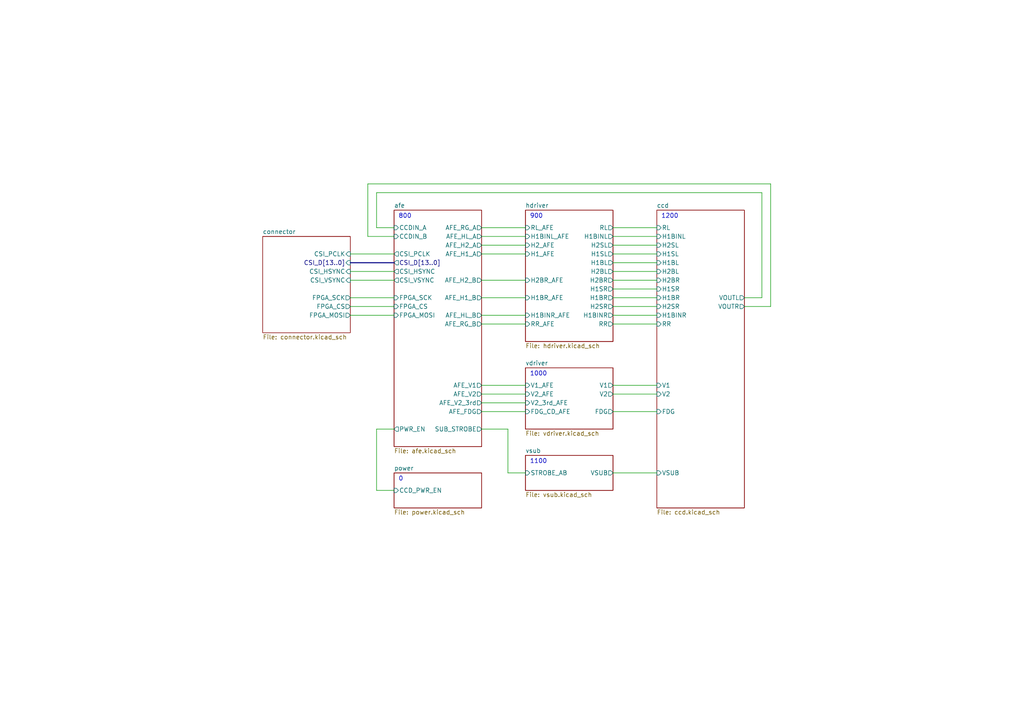
<source format=kicad_sch>
(kicad_sch (version 20210621) (generator eeschema)
  (paper "A4")
  (title_block (title "Sitina Ne") (rev "R0P2") (company "ZephRay"))
  (lib_symbols)
  (wire (pts (xy 101.6 73.66) (xy 114.3 73.66)))
  (wire (pts (xy 101.6 81.28) (xy 114.3 81.28)))
  (wire (pts (xy 101.6 86.36) (xy 114.3 86.36)))
  (wire (pts (xy 101.6 88.9) (xy 114.3 88.9)))
  (wire (pts (xy 101.6 91.44) (xy 114.3 91.44)))
  (wire (pts (xy 106.68 53.34) (xy 106.68 68.58)))
  (wire (pts (xy 106.68 68.58) (xy 114.3 68.58)))
  (wire (pts (xy 109.22 55.88) (xy 109.22 66.04)))
  (wire (pts (xy 109.22 66.04) (xy 114.3 66.04)))
  (wire (pts (xy 109.22 124.46) (xy 109.22 142.24)))
  (wire (pts (xy 109.22 142.24) (xy 114.3 142.24)))
  (wire (pts (xy 114.3 78.74) (xy 101.6 78.74)))
  (wire (pts (xy 114.3 124.46) (xy 109.22 124.46)))
  (wire (pts (xy 139.7 66.04) (xy 152.4 66.04)))
  (wire (pts (xy 139.7 68.58) (xy 152.4 68.58)))
  (wire (pts (xy 139.7 71.12) (xy 152.4 71.12)))
  (wire (pts (xy 139.7 73.66) (xy 152.4 73.66)))
  (wire (pts (xy 139.7 81.28) (xy 152.4 81.28)))
  (wire (pts (xy 139.7 86.36) (xy 152.4 86.36)))
  (wire (pts (xy 139.7 91.44) (xy 152.4 91.44)))
  (wire (pts (xy 139.7 93.98) (xy 152.4 93.98)))
  (wire (pts (xy 139.7 111.76) (xy 152.4 111.76)))
  (wire (pts (xy 139.7 114.3) (xy 152.4 114.3)))
  (wire (pts (xy 139.7 116.84) (xy 152.4 116.84)))
  (wire (pts (xy 139.7 119.38) (xy 152.4 119.38)))
  (wire (pts (xy 139.7 124.46) (xy 147.32 124.46)))
  (wire (pts (xy 147.32 124.46) (xy 147.32 137.16)))
  (wire (pts (xy 147.32 137.16) (xy 152.4 137.16)))
  (wire (pts (xy 177.8 66.04) (xy 190.5 66.04)))
  (wire (pts (xy 177.8 68.58) (xy 190.5 68.58)))
  (wire (pts (xy 177.8 71.12) (xy 190.5 71.12)))
  (wire (pts (xy 177.8 73.66) (xy 190.5 73.66)))
  (wire (pts (xy 177.8 76.2) (xy 190.5 76.2)))
  (wire (pts (xy 177.8 78.74) (xy 190.5 78.74)))
  (wire (pts (xy 177.8 81.28) (xy 190.5 81.28)))
  (wire (pts (xy 177.8 83.82) (xy 190.5 83.82)))
  (wire (pts (xy 177.8 86.36) (xy 190.5 86.36)))
  (wire (pts (xy 177.8 88.9) (xy 190.5 88.9)))
  (wire (pts (xy 177.8 91.44) (xy 190.5 91.44)))
  (wire (pts (xy 177.8 93.98) (xy 190.5 93.98)))
  (wire (pts (xy 177.8 111.76) (xy 190.5 111.76)))
  (wire (pts (xy 177.8 114.3) (xy 190.5 114.3)))
  (wire (pts (xy 177.8 119.38) (xy 190.5 119.38)))
  (wire (pts (xy 177.8 137.16) (xy 190.5 137.16)))
  (wire (pts (xy 215.9 86.36) (xy 220.98 86.36)))
  (wire (pts (xy 215.9 88.9) (xy 223.52 88.9)))
  (wire (pts (xy 220.98 55.88) (xy 109.22 55.88)))
  (wire (pts (xy 220.98 86.36) (xy 220.98 55.88)))
  (wire (pts (xy 223.52 53.34) (xy 106.68 53.34)))
  (wire (pts (xy 223.52 88.9) (xy 223.52 53.34)))
  (bus (pts (xy 114.3 76.2) (xy 101.6 76.2)))
  (text "800" (at 115.57 63.5 0) (effects (font (size 1.27 1.27)) (justify left bottom)))
  (text "0" (at 115.57 139.7 0) (effects (font (size 1.27 1.27)) (justify left bottom)))
  (text "900" (at 153.67 63.5 0) (effects (font (size 1.27 1.27)) (justify left bottom)))
  (text "1000" (at 153.67 109.22 0) (effects (font (size 1.27 1.27)) (justify left bottom)))
  (text "1100" (at 153.67 134.62 0) (effects (font (size 1.27 1.27)) (justify left bottom)))
  (text "1200" (at 191.77 63.5 0) (effects (font (size 1.27 1.27)) (justify left bottom)))
  (sheet (at 114.3 60.96) (size 25.4 68.58)
    (property "Sheet name" "afe" (at 114.3 60.3245 0) (effects (justify left bottom)))
    (property "Sheet file" "afe.kicad_sch" (at 114.3 130.0485 0) (effects (justify left top)))
    (pin "CSI_PCLK" output (at 114.3 73.66 180))
    (pin "CSI_HSYNC" output (at 114.3 78.74 180))
    (pin "CSI_VSYNC" output (at 114.3 81.28 180))
    (pin "CCDIN_A" input (at 114.3 66.04 180))
    (pin "AFE_RG_A" output (at 139.7 66.04 0))
    (pin "AFE_H1_A" output (at 139.7 73.66 0))
    (pin "AFE_H2_A" output (at 139.7 71.12 0))
    (pin "AFE_HL_A" output (at 139.7 68.58 0))
    (pin "AFE_RG_B" output (at 139.7 93.98 0))
    (pin "AFE_H1_B" output (at 139.7 86.36 0))
    (pin "AFE_H2_B" output (at 139.7 81.28 0))
    (pin "AFE_HL_B" output (at 139.7 91.44 0))
    (pin "AFE_V1" output (at 139.7 111.76 0))
    (pin "AFE_V2" output (at 139.7 114.3 0))
    (pin "AFE_V2_3rd" output (at 139.7 116.84 0))
    (pin "CCDIN_B" input (at 114.3 68.58 180))
    (pin "AFE_FDG" output (at 139.7 119.38 0))
    (pin "CSI_D[13..0]" output (at 114.3 76.2 180))
    (pin "PWR_EN" output (at 114.3 124.46 180))
    (pin "FPGA_SCK" input (at 114.3 86.36 180))
    (pin "FPGA_CS" input (at 114.3 88.9 180))
    (pin "FPGA_MOSI" input (at 114.3 91.44 180))
    (pin "SUB_STROBE" output (at 139.7 124.46 0))
  )
  (sheet (at 190.5 60.96) (size 25.4 86.36)
    (property "Sheet name" "ccd" (at 190.5 60.3245 0) (effects (justify left bottom)))
    (property "Sheet file" "ccd.kicad_sch" (at 190.5 147.8285 0) (effects (justify left top)))
    (pin "RL" input (at 190.5 66.04 180))
    (pin "H1BINL" input (at 190.5 68.58 180))
    (pin "H2SL" input (at 190.5 71.12 180))
    (pin "H1SL" input (at 190.5 73.66 180))
    (pin "H1BL" input (at 190.5 76.2 180))
    (pin "H2BL" input (at 190.5 78.74 180))
    (pin "H2BR" input (at 190.5 81.28 180))
    (pin "H1SR" input (at 190.5 83.82 180))
    (pin "H2SR" input (at 190.5 88.9 180))
    (pin "H1BINR" input (at 190.5 91.44 180))
    (pin "RR" input (at 190.5 93.98 180))
    (pin "H1BR" input (at 190.5 86.36 180))
    (pin "FDG" input (at 190.5 119.38 180))
    (pin "VSUB" input (at 190.5 137.16 180))
    (pin "V1" input (at 190.5 111.76 180))
    (pin "V2" input (at 190.5 114.3 180))
    (pin "VOUTL" output (at 215.9 86.36 0))
    (pin "VOUTR" output (at 215.9 88.9 0))
  )
  (sheet (at 76.2 68.58) (size 25.4 27.94)
    (property "Sheet name" "connector" (at 76.2 67.9445 0) (effects (justify left bottom)))
    (property "Sheet file" "connector.kicad_sch" (at 76.2 97.0285 0) (effects (justify left top)))
    (pin "CSI_HSYNC" input (at 101.6 78.74 0))
    (pin "CSI_VSYNC" input (at 101.6 81.28 0))
    (pin "CSI_D[13..0]" input (at 101.6 76.2 0))
    (pin "CSI_PCLK" input (at 101.6 73.66 0))
    (pin "FPGA_CS" output (at 101.6 88.9 0))
    (pin "FPGA_SCK" output (at 101.6 86.36 0))
    (pin "FPGA_MOSI" output (at 101.6 91.44 0))
  )
  (sheet (at 152.4 60.96) (size 25.4 38.1)
    (property "Sheet name" "hdriver" (at 152.4 60.3245 0) (effects (justify left bottom)))
    (property "Sheet file" "hdriver.kicad_sch" (at 152.4 99.5685 0) (effects (justify left top)))
    (pin "RR_AFE" input (at 152.4 93.98 180))
    (pin "H1BINR_AFE" input (at 152.4 91.44 180))
    (pin "H2BR_AFE" input (at 152.4 81.28 180))
    (pin "H2_AFE" input (at 152.4 71.12 180))
    (pin "H1BINL_AFE" input (at 152.4 68.58 180))
    (pin "RL_AFE" input (at 152.4 66.04 180))
    (pin "H1_AFE" input (at 152.4 73.66 180))
    (pin "H1BR_AFE" input (at 152.4 86.36 180))
    (pin "RR" output (at 177.8 93.98 0))
    (pin "RL" output (at 177.8 66.04 0))
    (pin "H1BINR" output (at 177.8 91.44 0))
    (pin "H2BR" output (at 177.8 81.28 0))
    (pin "H1BR" output (at 177.8 86.36 0))
    (pin "H1SR" output (at 177.8 83.82 0))
    (pin "H2SR" output (at 177.8 88.9 0))
    (pin "H2SL" output (at 177.8 71.12 0))
    (pin "H1SL" output (at 177.8 73.66 0))
    (pin "H1BL" output (at 177.8 76.2 0))
    (pin "H2BL" output (at 177.8 78.74 0))
    (pin "H1BINL" output (at 177.8 68.58 0))
  )
  (sheet (at 114.3 137.16) (size 25.4 10.16)
    (property "Sheet name" "power" (at 114.3 136.5245 0) (effects (justify left bottom)))
    (property "Sheet file" "power.kicad_sch" (at 114.3 147.8285 0) (effects (justify left top)))
    (pin "CCD_PWR_EN" input (at 114.3 142.24 180))
  )
  (sheet (at 152.4 106.68) (size 25.4 17.78)
    (property "Sheet name" "vdriver" (at 152.4 106.0445 0) (effects (justify left bottom)))
    (property "Sheet file" "vdriver.kicad_sch" (at 152.4 124.9685 0) (effects (justify left top)))
    (pin "V2_3rd_AFE" input (at 152.4 116.84 180))
    (pin "V2" output (at 177.8 114.3 0))
    (pin "V1_AFE" input (at 152.4 111.76 180))
    (pin "V1" output (at 177.8 111.76 0))
    (pin "FDG_CD_AFE" input (at 152.4 119.38 180))
    (pin "FDG" output (at 177.8 119.38 0))
    (pin "V2_AFE" input (at 152.4 114.3 180))
  )
  (sheet (at 152.4 132.08) (size 25.4 10.16)
    (property "Sheet name" "vsub" (at 152.4 131.4445 0) (effects (justify left bottom)))
    (property "Sheet file" "vsub.kicad_sch" (at 152.4 142.7485 0) (effects (justify left top)))
    (pin "STROBE_AB" input (at 152.4 137.16 180))
    (pin "VSUB" output (at 177.8 137.16 0))
  )
)
</source>
